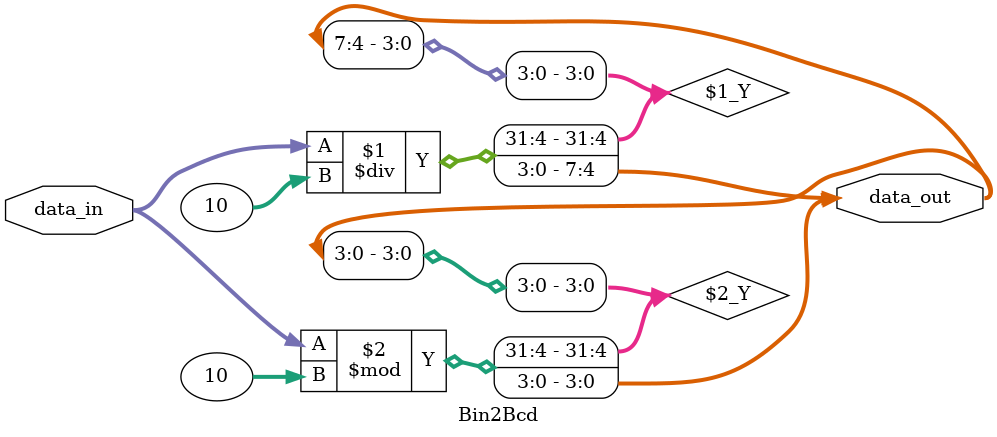
<source format=v>

module Bin2Bcd (data_in,data_out );
	input [6:0] data_in ;
	output [7:0] data_out ;
	assign data_out[7:4]=data_in/10;
	assign data_out[3:0]=data_in%10;
endmodule
</source>
